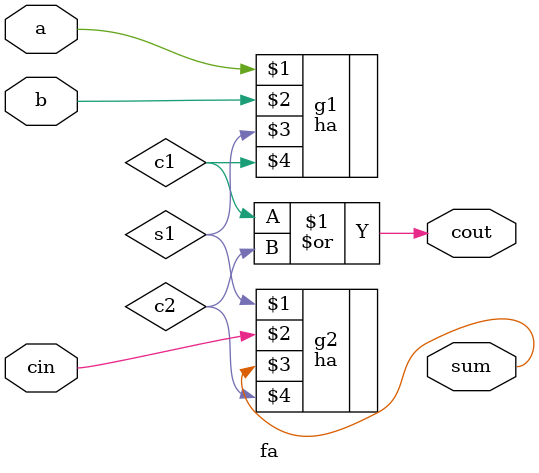
<source format=v>
`include "ha_a.v"
module fa(a,b,cin,sum,cout);
input a,b,cin;
output sum,cout;
wire s1,c1,c2;
	ha g1(a,b,s1,c1);
	ha g2(s1,cin,sum,c2);
	or g3(cout,c1,c2);
endmodule


//# a=1 b=0 cin=0 sum=1 cout=0
//# a=0 b=0 cin=1 sum=1 cout=0
//# a=0 b=0 cin=1 sum=1 cout=0
//# a=0 b=1 cin=1 sum=0 cout=1
//# a=1 b=0 cin=1 sum=0 cout=1
//# a=1 b=0 cin=1 sum=0 cout=1
//# a=1 b=0 cin=1 sum=0 cout=1
//# a=0 b=1 cin=0 sum=1 cout=0
//# a=0 b=0 cin=0 sum=0 cout=0


</source>
